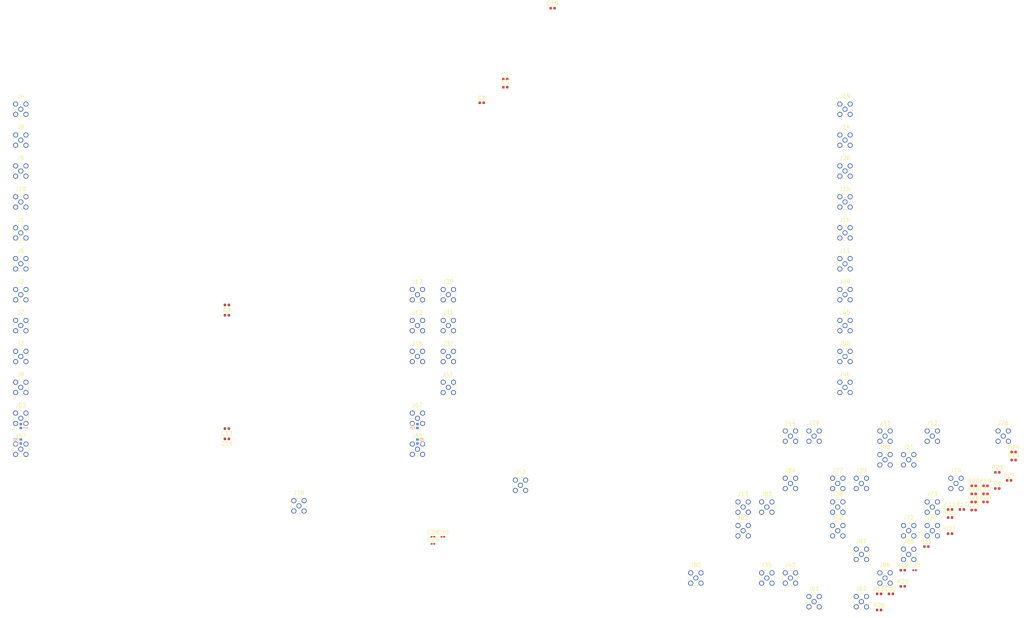
<source format=kicad_pcb>
(kicad_pcb (version 20171130) (host pcbnew 5.1.4-e60b266~84~ubuntu18.04.1)
  (layers (0 F.Cu signal) (31 B.Cu signal) (34 B.Paste user) (35 F.Paste user) (36 B.SilkS user) (37 F.SilkS user) (38 B.Mask user) (39 F.Mask user) (44 Edge.Cuts user))
  (net 0 "")
  (net 1 "Net-(J67-Pad1)")
  (net 2 /MS_45_NoVia_Cap_A_P)
  (net 3 /MS_45_NoVia_Cap_B_P)
  (net 4 /MS_45_NoVia_Cap_B_N)
  (net 5 /MS_45_NoVia_Cap_A_N)
  (net 6 /MS_45_4Stich_Cap_B_P)
  (net 7 /MS_45_4Stich_Cap_A_P)
  (net 8 /MS_45_4Stich_Cap_A_N)
  (net 9 /MS_45_4Stich_Cap_B_N)
  (net 10 /MS_round_4Stich_Cap_A_P)
  (net 11 /MS_round_4Stich_Cap_B_P)
  (net 12 /MS_round_4Stich_Cap_A_N)
  (net 13 /MS_round_4Stich_Cap_B_N)
  (net 14 /MS_ZigZag_4Stich_Cap_B_P)
  (net 15 /MS_ZigZag_4Stich_Cap_A_P)
  (net 16 /MS_ZigZag_4Stich_Cap_A_N)
  (net 17 /MS_ZigZag_4Stich_Cap_B_N)
  (net 18 /1_B_P)
  (net 19 /1_A_P)
  (net 20 /1_A_N)
  (net 21 /1_B_N)
  (net 22 /5_A_P)
  (net 23 /5_B_P)
  (net 24 /5_A_N)
  (net 25 /5_B_N)
  (net 26 /4_B_P)
  (net 27 /4_A_P)
  (net 28 /4_B_N)
  (net 29 /4_A_N)
  (net 30 /7_B_P)
  (net 31 /7_A_P)
  (net 32 /7_A_N)
  (net 33 /7_B_N)
  (net 34 /8_B_P)
  (net 35 /8_A_P)
  (net 36 /8_A_N)
  (net 37 /8_B_N)
  (net 38 GND)
  (net 39 /MS_45_P)
  (net 40 /MS_round_P)
  (net 41 /MS_ZigZag_P)
  (net 42 /MS_straight_P)
  (net 43 /MS_45_N)
  (net 44 /MS_round_N)
  (net 45 /MS_ZigZag_N)
  (net 46 /MS_straight_N)
  (net 47 /MS_45_2Stitch_P)
  (net 48 /MS_45_2Stitch_N)
  (net 49 /MS_45_4Stitch_P)
  (net 50 /MS_45_4Stitch_N)
  (net 51 "Net-(J53-Pad1)")
  (net 52 "Net-(J57-Pad1)")
  (net 53 "Net-(J61-Pad1)")
  (net 54 "Net-(J62-Pad1)")
  (net 55 "Net-(J63-Pad1)")
  (net 56 "Net-(J72-Pad1)")
  (net 57 "Net-(J73-Pad1)")
  (net 58 "Net-(J74-Pad1)")
  (net 59 "Net-(J76-Pad1)")
  (net 60 "Net-(J77-Pad1)")
  (net 61 "Net-(J78-Pad1)")
  (net 62 "Net-(J79-Pad1)")
  (net 63 "Net-(J80-Pad1)")
  (net 64 "Net-(J82-Pad1)")
  (net 65 "Net-(J83-Pad1)")
  (net 66 "Net-(J84-Pad1)")
  (net 67 "Net-(J86-Pad1)")
  (net 68 "Net-(J87-Pad1)")
  (net 69 "Net-(J88-Pad1)")
  (module Capacitor_SMD:C_0201_0603Metric (layer F.Cu) (at 154.85 125.73)
    (fp_text reference C30 (at 0 -1.05) (layer F.SilkS))
    (fp_text value 0.1uF)
    (pad 2 smd roundrect (at 0.32 0) (size 0.46 0.4) (layers F.Cu F.Mask) (net 36 /8_A_N))
    (pad 1 smd roundrect (at -0.32 0) (size 0.46 0.4) (layers F.Cu F.Mask) (net 37 /8_B_N))
  )
  (module Capacitor_SMD:C_0201_0603Metric (layer F.Cu) (at 152.4 127.48)
    (fp_text reference C29 (at 0 -1.05) (layer F.SilkS))
    (fp_text value 0.1uF)
    (pad 2 smd roundrect (at 0.32 0) (size 0.46 0.4) (layers F.Cu F.Mask) (net 35 /8_A_P))
    (pad 1 smd roundrect (at -0.32 0) (size 0.46 0.4) (layers F.Cu F.Mask) (net 34 /8_B_P))
  )
  (module Capacitor_SMD:C_0201_0603Metric (layer F.Cu) (at 152.4 125.73)
    (fp_text reference C28 (at 0 -1.05) (layer F.SilkS))
    (fp_text value 0.1uF)
    (pad 2 smd roundrect (at 0.32 0) (size 0.46 0.4) (layers F.Cu F.Mask) (net 32 /7_A_N))
    (pad 1 smd roundrect (at -0.32 0) (size 0.46 0.4) (layers F.Cu F.Mask) (net 33 /7_B_N))
  )
  (module Capacitor_SMD:C_0402_1005Metric (layer F.Cu) (at 101.6 68.58 180)
    (fp_text reference C1 (at 0 -1.17) (layer F.SilkS))
    (fp_text value 0.1uF)
    (pad 2 smd roundrect (at 0.485 0 180) (size 0.59 0.64) (layers F.Cu F.Paste F.Mask) (net 2 /MS_45_NoVia_Cap_A_P))
    (pad 1 smd roundrect (at -0.485 0 180) (size 0.59 0.64) (layers F.Cu F.Paste F.Mask) (net 3 /MS_45_NoVia_Cap_B_P))
  )
  (module Capacitor_SMD:C_0402_1005Metric (layer F.Cu) (at 101.6 71.12)
    (fp_text reference C2 (at 0 -1.17) (layer F.SilkS))
    (fp_text value 0.1uF)
    (pad 1 smd roundrect (at -0.485 0) (size 0.59 0.64) (layers F.Cu F.Paste F.Mask) (net 4 /MS_45_NoVia_Cap_B_N))
    (pad 2 smd roundrect (at 0.485 0) (size 0.59 0.64) (layers F.Cu F.Paste F.Mask) (net 5 /MS_45_NoVia_Cap_A_N))
  )
  (module Capacitor_SMD:C_0402_1005Metric (layer F.Cu) (at 170.254001 12.905701)
    (fp_text reference C7 (at 0 -1.17) (layer F.SilkS))
    (fp_text value 0.1uF)
    (pad 1 smd roundrect (at -0.485 0) (size 0.59 0.64) (layers F.Cu F.Paste F.Mask) (net 6 /MS_45_4Stich_Cap_B_P))
    (pad 2 smd roundrect (at 0.485 0) (size 0.59 0.64) (layers F.Cu F.Paste F.Mask) (net 7 /MS_45_4Stich_Cap_A_P))
  )
  (module Capacitor_SMD:C_0402_1005Metric (layer F.Cu) (at 164.424001 18.735701)
    (fp_text reference C8 (at 0 -1.17) (layer F.SilkS))
    (fp_text value 0.1uF)
    (pad 2 smd roundrect (at 0.485 0) (size 0.59 0.64) (layers F.Cu F.Paste F.Mask) (net 8 /MS_45_4Stich_Cap_A_N))
    (pad 1 smd roundrect (at -0.485 0) (size 0.59 0.64) (layers F.Cu F.Paste F.Mask) (net 9 /MS_45_4Stich_Cap_B_N))
  )
  (module Capacitor_SMD:C_0402_1005Metric (layer F.Cu) (at 170.254001 14.895701)
    (fp_text reference C9 (at 0 -1.17) (layer F.SilkS))
    (fp_text value 0.1uF)
    (pad 2 smd roundrect (at 0.485 0) (size 0.59 0.64) (layers F.Cu F.Paste F.Mask) (net 10 /MS_round_4Stich_Cap_A_P))
    (pad 1 smd roundrect (at -0.485 0) (size 0.59 0.64) (layers F.Cu F.Paste F.Mask) (net 11 /MS_round_4Stich_Cap_B_P))
  )
  (module Capacitor_SMD:C_0402_1005Metric (layer F.Cu) (at 181.914001 -4.584299)
    (fp_text reference C10 (at 0 -1.17) (layer F.SilkS))
    (fp_text value 0.1uF)
    (pad 2 smd roundrect (at 0.485 0) (size 0.59 0.64) (layers F.Cu F.Paste F.Mask) (net 12 /MS_round_4Stich_Cap_A_N))
    (pad 1 smd roundrect (at -0.485 0) (size 0.59 0.64) (layers F.Cu F.Paste F.Mask) (net 13 /MS_round_4Stich_Cap_B_N))
  )
  (module Capacitor_SMD:C_0402_1005Metric (layer F.Cu) (at 101.6 99.06 180)
    (fp_text reference C13 (at 0 -1.17) (layer F.SilkS))
    (fp_text value 0.1uF)
    (pad 1 smd roundrect (at -0.485 0 180) (size 0.59 0.64) (layers F.Cu F.Paste F.Mask) (net 18 /1_B_P))
    (pad 2 smd roundrect (at 0.485 0 180) (size 0.59 0.64) (layers F.Cu F.Paste F.Mask) (net 19 /1_A_P))
  )
  (module Capacitor_SMD:C_0402_1005Metric (layer F.Cu) (at 101.6 101.6 180)
    (fp_text reference C14 (at 0 -1.17) (layer F.SilkS))
    (fp_text value 0.1uF)
    (pad 2 smd roundrect (at 0.485 0 180) (size 0.59 0.64) (layers F.Cu F.Paste F.Mask) (net 20 /1_A_N))
    (pad 1 smd roundrect (at -0.485 0 180) (size 0.59 0.64) (layers F.Cu F.Paste F.Mask) (net 21 /1_B_N))
  )
  (module Capacitor_SMD:C_0402_1005Metric (layer F.Cu) (at 279.895341 118.996201)
    (fp_text reference C11 (at 0 -1.17) (layer F.SilkS))
    (fp_text value 0.1uF)
    (pad 1 smd roundrect (at -0.485 0) (size 0.59 0.64) (layers F.Cu F.Paste F.Mask) (net 14 /MS_ZigZag_4Stich_Cap_B_P))
    (pad 2 smd roundrect (at 0.485 0) (size 0.59 0.64) (layers F.Cu F.Paste F.Mask) (net 15 /MS_ZigZag_4Stich_Cap_A_P))
  )
  (module Capacitor_SMD:C_0402_1005Metric (layer F.Cu) (at 288.635341 115.156201)
    (fp_text reference C12 (at 0 -1.17) (layer F.SilkS))
    (fp_text value 0.1uF)
    (pad 2 smd roundrect (at 0.485 0) (size 0.59 0.64) (layers F.Cu F.Paste F.Mask) (net 16 /MS_ZigZag_4Stich_Cap_A_N))
    (pad 1 smd roundrect (at -0.485 0) (size 0.59 0.64) (layers F.Cu F.Paste F.Mask) (net 17 /MS_ZigZag_4Stich_Cap_B_N))
  )
  (module Capacitor_SMD:C_0402_1005Metric (layer F.Cu) (at 279.895341 124.966201)
    (fp_text reference C21 (at 0 -1.17) (layer F.SilkS))
    (fp_text value 0.1uF)
    (pad 2 smd roundrect (at 0.485 0) (size 0.59 0.64) (layers F.Cu F.Paste F.Mask) (net 22 /5_A_P))
    (pad 1 smd roundrect (at -0.485 0) (size 0.59 0.64) (layers F.Cu F.Paste F.Mask) (net 23 /5_B_P))
  )
  (module Capacitor_SMD:C_0402_1005Metric (layer F.Cu) (at 265.315341 139.806201)
    (fp_text reference C22 (at 0 -1.17) (layer F.SilkS))
    (fp_text value 0.1uF)
    (pad 2 smd roundrect (at 0.485 0) (size 0.59 0.64) (layers F.Cu F.Paste F.Mask) (net 24 /5_A_N))
    (pad 1 smd roundrect (at -0.485 0) (size 0.59 0.64) (layers F.Cu F.Paste F.Mask) (net 25 /5_B_N))
  )
  (module Capacitor_SMD:C_0402_1005Metric (layer F.Cu) (at 285.715341 119.136201)
    (fp_text reference C25 (at 0 -1.17) (layer F.SilkS))
    (fp_text value 0.1uF)
    (pad 1 smd roundrect (at -0.485 0) (size 0.59 0.64) (layers F.Cu F.Paste F.Mask) (net 26 /4_B_P))
    (pad 2 smd roundrect (at 0.485 0) (size 0.59 0.64) (layers F.Cu F.Paste F.Mask) (net 27 /4_A_P))
  )
  (module Capacitor_SMD:C_0402_1005Metric (layer F.Cu) (at 285.715341 117.146201)
    (fp_text reference C26 (at 0 -1.17) (layer F.SilkS))
    (fp_text value 0.1uF)
    (pad 1 smd roundrect (at -0.485 0) (size 0.59 0.64) (layers F.Cu F.Paste F.Mask) (net 28 /4_B_N))
    (pad 2 smd roundrect (at 0.485 0) (size 0.59 0.64) (layers F.Cu F.Paste F.Mask) (net 29 /4_A_N))
  )
  (module Connector_Coaxial:MMCX_Molex_73415-1471_Vertical (layer F.Cu) (at 50.8 50.8)
    (fp_text reference J1 (at -0.04 -3.2) (layer F.SilkS))
    (fp_text value Conn_Coaxial)
    (pad 2 thru_hole circle (at -1.27 1.27) (size 1.24 1.24) (drill 0.84) (layers *.Cu *.Mask) (net 38 GND))
    (pad 2 thru_hole circle (at 1.27 -1.27) (size 1.24 1.24) (drill 0.84) (layers *.Cu *.Mask) (net 38 GND))
    (pad 2 thru_hole circle (at 1.27 1.27) (size 1.24 1.24) (drill 0.84) (layers *.Cu *.Mask) (net 38 GND))
    (pad 2 thru_hole circle (at -1.27 -1.27) (size 1.24 1.24) (drill 0.84) (layers *.Cu *.Mask) (net 38 GND))
    (pad 1 thru_hole circle (at 0 0) (size 1.24 1.24) (drill 0.84) (layers *.Cu *.Mask) (net 39 /MS_45_P))
  )
  (module Connector_Coaxial:MMCX_Molex_73415-1471_Vertical (layer F.Cu) (at 50.8 66.04)
    (fp_text reference J2 (at -0.04 -3.2) (layer F.SilkS))
    (fp_text value Conn_Coaxial)
    (pad 2 thru_hole circle (at -1.27 1.27) (size 1.24 1.24) (drill 0.84) (layers *.Cu *.Mask) (net 38 GND))
    (pad 2 thru_hole circle (at 1.27 -1.27) (size 1.24 1.24) (drill 0.84) (layers *.Cu *.Mask) (net 38 GND))
    (pad 2 thru_hole circle (at 1.27 1.27) (size 1.24 1.24) (drill 0.84) (layers *.Cu *.Mask) (net 38 GND))
    (pad 2 thru_hole circle (at -1.27 -1.27) (size 1.24 1.24) (drill 0.84) (layers *.Cu *.Mask) (net 38 GND))
    (pad 1 thru_hole circle (at 0 0) (size 1.24 1.24) (drill 0.84) (layers *.Cu *.Mask) (net 2 /MS_45_NoVia_Cap_A_P))
  )
  (module Connector_Coaxial:MMCX_Molex_73415-1471_Vertical (layer F.Cu) (at 50.8 81.28)
    (fp_text reference J3 (at -0.04 -3.2) (layer F.SilkS))
    (fp_text value Conn_Coaxial)
    (pad 2 thru_hole circle (at -1.27 1.27) (size 1.24 1.24) (drill 0.84) (layers *.Cu *.Mask) (net 38 GND))
    (pad 2 thru_hole circle (at 1.27 -1.27) (size 1.24 1.24) (drill 0.84) (layers *.Cu *.Mask) (net 38 GND))
    (pad 2 thru_hole circle (at 1.27 1.27) (size 1.24 1.24) (drill 0.84) (layers *.Cu *.Mask) (net 38 GND))
    (pad 2 thru_hole circle (at -1.27 -1.27) (size 1.24 1.24) (drill 0.84) (layers *.Cu *.Mask) (net 38 GND))
    (pad 1 thru_hole circle (at 0 0) (size 1.24 1.24) (drill 0.84) (layers *.Cu *.Mask) (net 40 /MS_round_P))
  )
  (module Connector_Coaxial:MMCX_Molex_73415-1471_Vertical (layer F.Cu) (at 50.8 20.32)
    (fp_text reference J4 (at -0.04 -3.2) (layer F.SilkS))
    (fp_text value Conn_Coaxial)
    (pad 2 thru_hole circle (at -1.27 1.27) (size 1.24 1.24) (drill 0.84) (layers *.Cu *.Mask) (net 38 GND))
    (pad 2 thru_hole circle (at 1.27 -1.27) (size 1.24 1.24) (drill 0.84) (layers *.Cu *.Mask) (net 38 GND))
    (pad 2 thru_hole circle (at 1.27 1.27) (size 1.24 1.24) (drill 0.84) (layers *.Cu *.Mask) (net 38 GND))
    (pad 2 thru_hole circle (at -1.27 -1.27) (size 1.24 1.24) (drill 0.84) (layers *.Cu *.Mask) (net 38 GND))
    (pad 1 thru_hole circle (at 0 0) (size 1.24 1.24) (drill 0.84) (layers *.Cu *.Mask) (net 41 /MS_ZigZag_P))
  )
  (module Connector_Coaxial:MMCX_Molex_73415-1471_Vertical (layer F.Cu) (at 50.8 35.56)
    (fp_text reference J5 (at -0.04 -3.2) (layer F.SilkS))
    (fp_text value Conn_Coaxial)
    (pad 2 thru_hole circle (at -1.27 1.27) (size 1.24 1.24) (drill 0.84) (layers *.Cu *.Mask) (net 38 GND))
    (pad 2 thru_hole circle (at 1.27 -1.27) (size 1.24 1.24) (drill 0.84) (layers *.Cu *.Mask) (net 38 GND))
    (pad 2 thru_hole circle (at 1.27 1.27) (size 1.24 1.24) (drill 0.84) (layers *.Cu *.Mask) (net 38 GND))
    (pad 2 thru_hole circle (at -1.27 -1.27) (size 1.24 1.24) (drill 0.84) (layers *.Cu *.Mask) (net 38 GND))
    (pad 1 thru_hole circle (at 0 0) (size 1.24 1.24) (drill 0.84) (layers *.Cu *.Mask) (net 42 /MS_straight_P))
  )
  (module Connector_Coaxial:MMCX_Molex_73415-1471_Vertical (layer F.Cu) (at 50.8 58.42)
    (fp_text reference J6 (at -0.04 -3.2) (layer F.SilkS))
    (fp_text value Conn_Coaxial)
    (pad 1 thru_hole circle (at 0 0) (size 1.24 1.24) (drill 0.84) (layers *.Cu *.Mask) (net 43 /MS_45_N))
    (pad 2 thru_hole circle (at -1.27 -1.27) (size 1.24 1.24) (drill 0.84) (layers *.Cu *.Mask) (net 38 GND))
    (pad 2 thru_hole circle (at 1.27 1.27) (size 1.24 1.24) (drill 0.84) (layers *.Cu *.Mask) (net 38 GND))
    (pad 2 thru_hole circle (at 1.27 -1.27) (size 1.24 1.24) (drill 0.84) (layers *.Cu *.Mask) (net 38 GND))
    (pad 2 thru_hole circle (at -1.27 1.27) (size 1.24 1.24) (drill 0.84) (layers *.Cu *.Mask) (net 38 GND))
  )
  (module Connector_Coaxial:MMCX_Molex_73415-1471_Vertical (layer F.Cu) (at 50.8 73.66)
    (fp_text reference J7 (at -0.04 -3.2) (layer F.SilkS))
    (fp_text value Conn_Coaxial)
    (pad 1 thru_hole circle (at 0 0) (size 1.24 1.24) (drill 0.84) (layers *.Cu *.Mask) (net 5 /MS_45_NoVia_Cap_A_N))
    (pad 2 thru_hole circle (at -1.27 -1.27) (size 1.24 1.24) (drill 0.84) (layers *.Cu *.Mask) (net 38 GND))
    (pad 2 thru_hole circle (at 1.27 1.27) (size 1.24 1.24) (drill 0.84) (layers *.Cu *.Mask) (net 38 GND))
    (pad 2 thru_hole circle (at 1.27 -1.27) (size 1.24 1.24) (drill 0.84) (layers *.Cu *.Mask) (net 38 GND))
    (pad 2 thru_hole circle (at -1.27 1.27) (size 1.24 1.24) (drill 0.84) (layers *.Cu *.Mask) (net 38 GND))
  )
  (module Connector_Coaxial:MMCX_Molex_73415-1471_Vertical (layer F.Cu) (at 50.8 88.9)
    (fp_text reference J8 (at -0.04 -3.2) (layer F.SilkS))
    (fp_text value Conn_Coaxial)
    (pad 1 thru_hole circle (at 0 0) (size 1.24 1.24) (drill 0.84) (layers *.Cu *.Mask) (net 44 /MS_round_N))
    (pad 2 thru_hole circle (at -1.27 -1.27) (size 1.24 1.24) (drill 0.84) (layers *.Cu *.Mask) (net 38 GND))
    (pad 2 thru_hole circle (at 1.27 1.27) (size 1.24 1.24) (drill 0.84) (layers *.Cu *.Mask) (net 38 GND))
    (pad 2 thru_hole circle (at 1.27 -1.27) (size 1.24 1.24) (drill 0.84) (layers *.Cu *.Mask) (net 38 GND))
    (pad 2 thru_hole circle (at -1.27 1.27) (size 1.24 1.24) (drill 0.84) (layers *.Cu *.Mask) (net 38 GND))
  )
  (module Connector_Coaxial:MMCX_Molex_73415-1471_Vertical (layer F.Cu) (at 50.8 27.94)
    (fp_text reference J9 (at -0.04 -3.2) (layer F.SilkS))
    (fp_text value Conn_Coaxial)
    (pad 1 thru_hole circle (at 0 0) (size 1.24 1.24) (drill 0.84) (layers *.Cu *.Mask) (net 45 /MS_ZigZag_N))
    (pad 2 thru_hole circle (at -1.27 -1.27) (size 1.24 1.24) (drill 0.84) (layers *.Cu *.Mask) (net 38 GND))
    (pad 2 thru_hole circle (at 1.27 1.27) (size 1.24 1.24) (drill 0.84) (layers *.Cu *.Mask) (net 38 GND))
    (pad 2 thru_hole circle (at 1.27 -1.27) (size 1.24 1.24) (drill 0.84) (layers *.Cu *.Mask) (net 38 GND))
    (pad 2 thru_hole circle (at -1.27 1.27) (size 1.24 1.24) (drill 0.84) (layers *.Cu *.Mask) (net 38 GND))
  )
  (module Connector_Coaxial:MMCX_Molex_73415-1471_Vertical (layer F.Cu) (at 50.8 43.18)
    (fp_text reference J10 (at -0.04 -3.2) (layer F.SilkS))
    (fp_text value Conn_Coaxial)
    (pad 1 thru_hole circle (at 0 0) (size 1.24 1.24) (drill 0.84) (layers *.Cu *.Mask) (net 46 /MS_straight_N))
    (pad 2 thru_hole circle (at -1.27 -1.27) (size 1.24 1.24) (drill 0.84) (layers *.Cu *.Mask) (net 38 GND))
    (pad 2 thru_hole circle (at 1.27 1.27) (size 1.24 1.24) (drill 0.84) (layers *.Cu *.Mask) (net 38 GND))
    (pad 2 thru_hole circle (at 1.27 -1.27) (size 1.24 1.24) (drill 0.84) (layers *.Cu *.Mask) (net 38 GND))
    (pad 2 thru_hole circle (at -1.27 1.27) (size 1.24 1.24) (drill 0.84) (layers *.Cu *.Mask) (net 38 GND))
  )
  (module Connector_Coaxial:MMCX_Molex_73415-1471_Vertical (layer F.Cu) (at 254 58.42)
    (fp_text reference J11 (at -0.04 -3.2) (layer F.SilkS))
    (fp_text value Conn_Coaxial)
    (pad 2 thru_hole circle (at -1.27 1.27) (size 1.24 1.24) (drill 0.84) (layers *.Cu *.Mask) (net 38 GND))
    (pad 2 thru_hole circle (at 1.27 -1.27) (size 1.24 1.24) (drill 0.84) (layers *.Cu *.Mask) (net 38 GND))
    (pad 2 thru_hole circle (at 1.27 1.27) (size 1.24 1.24) (drill 0.84) (layers *.Cu *.Mask) (net 38 GND))
    (pad 2 thru_hole circle (at -1.27 -1.27) (size 1.24 1.24) (drill 0.84) (layers *.Cu *.Mask) (net 38 GND))
    (pad 1 thru_hole circle (at 0 0) (size 1.24 1.24) (drill 0.84) (layers *.Cu *.Mask) (net 43 /MS_45_N))
  )
  (module Connector_Coaxial:MMCX_Molex_73415-1471_Vertical (layer F.Cu) (at 148.59 73.66)
    (fp_text reference J12 (at -0.04 -3.2) (layer F.SilkS))
    (fp_text value Conn_Coaxial)
    (pad 2 thru_hole circle (at -1.27 1.27) (size 1.24 1.24) (drill 0.84) (layers *.Cu *.Mask) (net 38 GND))
    (pad 2 thru_hole circle (at 1.27 -1.27) (size 1.24 1.24) (drill 0.84) (layers *.Cu *.Mask) (net 38 GND))
    (pad 2 thru_hole circle (at 1.27 1.27) (size 1.24 1.24) (drill 0.84) (layers *.Cu *.Mask) (net 38 GND))
    (pad 2 thru_hole circle (at -1.27 -1.27) (size 1.24 1.24) (drill 0.84) (layers *.Cu *.Mask) (net 38 GND))
    (pad 1 thru_hole circle (at 0 0) (size 1.24 1.24) (drill 0.84) (layers *.Cu *.Mask) (net 4 /MS_45_NoVia_Cap_B_N))
  )
  (module Connector_Coaxial:MMCX_Molex_73415-1471_Vertical (layer F.Cu) (at 228.885341 118.406201)
    (fp_text reference J13 (at -0.04 -3.2) (layer F.SilkS))
    (fp_text value Conn_Coaxial)
    (pad 2 thru_hole circle (at -1.27 1.27) (size 1.24 1.24) (drill 0.84) (layers *.Cu *.Mask) (net 38 GND))
    (pad 2 thru_hole circle (at 1.27 -1.27) (size 1.24 1.24) (drill 0.84) (layers *.Cu *.Mask) (net 38 GND))
    (pad 2 thru_hole circle (at 1.27 1.27) (size 1.24 1.24) (drill 0.84) (layers *.Cu *.Mask) (net 38 GND))
    (pad 2 thru_hole circle (at -1.27 -1.27) (size 1.24 1.24) (drill 0.84) (layers *.Cu *.Mask) (net 38 GND))
    (pad 1 thru_hole circle (at 0 0) (size 1.24 1.24) (drill 0.84) (layers *.Cu *.Mask) (net 44 /MS_round_N))
  )
  (module Connector_Coaxial:MMCX_Molex_73415-1471_Vertical (layer F.Cu) (at 254 27.94)
    (fp_text reference J14 (at -0.04 -3.2) (layer F.SilkS))
    (fp_text value Conn_Coaxial)
    (pad 2 thru_hole circle (at -1.27 1.27) (size 1.24 1.24) (drill 0.84) (layers *.Cu *.Mask) (net 38 GND))
    (pad 2 thru_hole circle (at 1.27 -1.27) (size 1.24 1.24) (drill 0.84) (layers *.Cu *.Mask) (net 38 GND))
    (pad 2 thru_hole circle (at 1.27 1.27) (size 1.24 1.24) (drill 0.84) (layers *.Cu *.Mask) (net 38 GND))
    (pad 2 thru_hole circle (at -1.27 -1.27) (size 1.24 1.24) (drill 0.84) (layers *.Cu *.Mask) (net 38 GND))
    (pad 1 thru_hole circle (at 0 0) (size 1.24 1.24) (drill 0.84) (layers *.Cu *.Mask) (net 45 /MS_ZigZag_N))
  )
  (module Connector_Coaxial:MMCX_Molex_73415-1471_Vertical (layer F.Cu) (at 254 43.18)
    (fp_text reference J15 (at -0.04 -3.2) (layer F.SilkS))
    (fp_text value Conn_Coaxial)
    (pad 1 thru_hole circle (at 0 0) (size 1.24 1.24) (drill 0.84) (layers *.Cu *.Mask) (net 46 /MS_straight_N))
    (pad 2 thru_hole circle (at -1.27 -1.27) (size 1.24 1.24) (drill 0.84) (layers *.Cu *.Mask) (net 38 GND))
    (pad 2 thru_hole circle (at 1.27 1.27) (size 1.24 1.24) (drill 0.84) (layers *.Cu *.Mask) (net 38 GND))
    (pad 2 thru_hole circle (at 1.27 -1.27) (size 1.24 1.24) (drill 0.84) (layers *.Cu *.Mask) (net 38 GND))
    (pad 2 thru_hole circle (at -1.27 1.27) (size 1.24 1.24) (drill 0.84) (layers *.Cu *.Mask) (net 38 GND))
  )
  (module Connector_Coaxial:MMCX_Molex_73415-1471_Vertical (layer F.Cu) (at 254 50.8)
    (fp_text reference J16 (at -0.04 -3.2) (layer F.SilkS))
    (fp_text value Conn_Coaxial)
    (pad 1 thru_hole circle (at 0 0) (size 1.24 1.24) (drill 0.84) (layers *.Cu *.Mask) (net 39 /MS_45_P))
    (pad 2 thru_hole circle (at -1.27 -1.27) (size 1.24 1.24) (drill 0.84) (layers *.Cu *.Mask) (net 38 GND))
    (pad 2 thru_hole circle (at 1.27 1.27) (size 1.24 1.24) (drill 0.84) (layers *.Cu *.Mask) (net 38 GND))
    (pad 2 thru_hole circle (at 1.27 -1.27) (size 1.24 1.24) (drill 0.84) (layers *.Cu *.Mask) (net 38 GND))
    (pad 2 thru_hole circle (at -1.27 1.27) (size 1.24 1.24) (drill 0.84) (layers *.Cu *.Mask) (net 38 GND))
  )
  (module Connector_Coaxial:MMCX_Molex_73415-1471_Vertical (layer F.Cu) (at 148.59 66.04)
    (fp_text reference J17 (at -0.04 -3.2) (layer F.SilkS))
    (fp_text value Conn_Coaxial)
    (pad 1 thru_hole circle (at 0 0) (size 1.24 1.24) (drill 0.84) (layers *.Cu *.Mask) (net 3 /MS_45_NoVia_Cap_B_P))
    (pad 2 thru_hole circle (at -1.27 -1.27) (size 1.24 1.24) (drill 0.84) (layers *.Cu *.Mask) (net 38 GND))
    (pad 2 thru_hole circle (at 1.27 1.27) (size 1.24 1.24) (drill 0.84) (layers *.Cu *.Mask) (net 38 GND))
    (pad 2 thru_hole circle (at 1.27 -1.27) (size 1.24 1.24) (drill 0.84) (layers *.Cu *.Mask) (net 38 GND))
    (pad 2 thru_hole circle (at -1.27 1.27) (size 1.24 1.24) (drill 0.84) (layers *.Cu *.Mask) (net 38 GND))
  )
  (module Connector_Coaxial:MMCX_Molex_73415-1471_Vertical (layer F.Cu) (at 148.59 81.28)
    (fp_text reference J18 (at -0.04 -3.2) (layer F.SilkS))
    (fp_text value Conn_Coaxial)
    (pad 1 thru_hole circle (at 0 0) (size 1.24 1.24) (drill 0.84) (layers *.Cu *.Mask) (net 40 /MS_round_P))
    (pad 2 thru_hole circle (at -1.27 -1.27) (size 1.24 1.24) (drill 0.84) (layers *.Cu *.Mask) (net 38 GND))
    (pad 2 thru_hole circle (at 1.27 1.27) (size 1.24 1.24) (drill 0.84) (layers *.Cu *.Mask) (net 38 GND))
    (pad 2 thru_hole circle (at 1.27 -1.27) (size 1.24 1.24) (drill 0.84) (layers *.Cu *.Mask) (net 38 GND))
    (pad 2 thru_hole circle (at -1.27 1.27) (size 1.24 1.24) (drill 0.84) (layers *.Cu *.Mask) (net 38 GND))
  )
  (module Connector_Coaxial:MMCX_Molex_73415-1471_Vertical (layer F.Cu) (at 254 20.32)
    (fp_text reference J19 (at -0.04 -3.2) (layer F.SilkS))
    (fp_text value Conn_Coaxial)
    (pad 1 thru_hole circle (at 0 0) (size 1.24 1.24) (drill 0.84) (layers *.Cu *.Mask) (net 41 /MS_ZigZag_P))
    (pad 2 thru_hole circle (at -1.27 -1.27) (size 1.24 1.24) (drill 0.84) (layers *.Cu *.Mask) (net 38 GND))
    (pad 2 thru_hole circle (at 1.27 1.27) (size 1.24 1.24) (drill 0.84) (layers *.Cu *.Mask) (net 38 GND))
    (pad 2 thru_hole circle (at 1.27 -1.27) (size 1.24 1.24) (drill 0.84) (layers *.Cu *.Mask) (net 38 GND))
    (pad 2 thru_hole circle (at -1.27 1.27) (size 1.24 1.24) (drill 0.84) (layers *.Cu *.Mask) (net 38 GND))
  )
  (module Connector_Coaxial:MMCX_Molex_73415-1471_Vertical (layer F.Cu) (at 254 35.56)
    (fp_text reference J20 (at -0.04 -3.2) (layer F.SilkS))
    (fp_text value Conn_Coaxial)
    (pad 2 thru_hole circle (at -1.27 1.27) (size 1.24 1.24) (drill 0.84) (layers *.Cu *.Mask) (net 38 GND))
    (pad 2 thru_hole circle (at 1.27 -1.27) (size 1.24 1.24) (drill 0.84) (layers *.Cu *.Mask) (net 38 GND))
    (pad 2 thru_hole circle (at 1.27 1.27) (size 1.24 1.24) (drill 0.84) (layers *.Cu *.Mask) (net 38 GND))
    (pad 2 thru_hole circle (at -1.27 -1.27) (size 1.24 1.24) (drill 0.84) (layers *.Cu *.Mask) (net 38 GND))
    (pad 1 thru_hole circle (at 0 0) (size 1.24 1.24) (drill 0.84) (layers *.Cu *.Mask) (net 42 /MS_straight_P))
  )
  (module Connector_Coaxial:MMCX_Molex_73415-1471_Vertical (layer F.Cu) (at 156.21 66.04)
    (fp_text reference J29 (at -0.04 -3.2) (layer F.SilkS))
    (fp_text value Conn_Coaxial)
    (pad 1 thru_hole circle (at 0 0) (size 1.24 1.24) (drill 0.84) (layers *.Cu *.Mask) (net 47 /MS_45_2Stitch_P))
    (pad 2 thru_hole circle (at -1.27 -1.27) (size 1.24 1.24) (drill 0.84) (layers *.Cu *.Mask) (net 38 GND))
    (pad 2 thru_hole circle (at 1.27 1.27) (size 1.24 1.24) (drill 0.84) (layers *.Cu *.Mask) (net 38 GND))
    (pad 2 thru_hole circle (at 1.27 -1.27) (size 1.24 1.24) (drill 0.84) (layers *.Cu *.Mask) (net 38 GND))
    (pad 2 thru_hole circle (at -1.27 1.27) (size 1.24 1.24) (drill 0.84) (layers *.Cu *.Mask) (net 38 GND))
  )
  (module Connector_Coaxial:MMCX_Molex_73415-1471_Vertical (layer F.Cu) (at 156.21 73.66)
    (fp_text reference J31 (at -0.04 -3.2) (layer F.SilkS))
    (fp_text value Conn_Coaxial)
    (pad 2 thru_hole circle (at -1.27 1.27) (size 1.24 1.24) (drill 0.84) (layers *.Cu *.Mask) (net 38 GND))
    (pad 2 thru_hole circle (at 1.27 -1.27) (size 1.24 1.24) (drill 0.84) (layers *.Cu *.Mask) (net 38 GND))
    (pad 2 thru_hole circle (at 1.27 1.27) (size 1.24 1.24) (drill 0.84) (layers *.Cu *.Mask) (net 38 GND))
    (pad 2 thru_hole circle (at -1.27 -1.27) (size 1.24 1.24) (drill 0.84) (layers *.Cu *.Mask) (net 38 GND))
    (pad 1 thru_hole circle (at 0 0) (size 1.24 1.24) (drill 0.84) (layers *.Cu *.Mask) (net 48 /MS_45_2Stitch_N))
  )
  (module Connector_Coaxial:MMCX_Molex_73415-1471_Vertical (layer F.Cu) (at 263.865341 100.916201)
    (fp_text reference J33 (at -0.04 -3.2) (layer F.SilkS))
    (fp_text value Conn_Coaxial)
    (pad 2 thru_hole circle (at -1.27 1.27) (size 1.24 1.24) (drill 0.84) (layers *.Cu *.Mask) (net 38 GND))
    (pad 2 thru_hole circle (at 1.27 -1.27) (size 1.24 1.24) (drill 0.84) (layers *.Cu *.Mask) (net 38 GND))
    (pad 2 thru_hole circle (at 1.27 1.27) (size 1.24 1.24) (drill 0.84) (layers *.Cu *.Mask) (net 38 GND))
    (pad 2 thru_hole circle (at -1.27 -1.27) (size 1.24 1.24) (drill 0.84) (layers *.Cu *.Mask) (net 38 GND))
    (pad 1 thru_hole circle (at 0 0) (size 1.24 1.24) (drill 0.84) (layers *.Cu *.Mask) (net 48 /MS_45_2Stitch_N))
  )
  (module Connector_Coaxial:MMCX_Molex_73415-1471_Vertical (layer F.Cu) (at 234.715341 135.896201)
    (fp_text reference J35 (at -0.04 -3.2) (layer F.SilkS))
    (fp_text value Conn_Coaxial)
    (pad 1 thru_hole circle (at 0 0) (size 1.24 1.24) (drill 0.84) (layers *.Cu *.Mask) (net 47 /MS_45_2Stitch_P))
    (pad 2 thru_hole circle (at -1.27 -1.27) (size 1.24 1.24) (drill 0.84) (layers *.Cu *.Mask) (net 38 GND))
    (pad 2 thru_hole circle (at 1.27 1.27) (size 1.24 1.24) (drill 0.84) (layers *.Cu *.Mask) (net 38 GND))
    (pad 2 thru_hole circle (at 1.27 -1.27) (size 1.24 1.24) (drill 0.84) (layers *.Cu *.Mask) (net 38 GND))
    (pad 2 thru_hole circle (at -1.27 1.27) (size 1.24 1.24) (drill 0.84) (layers *.Cu *.Mask) (net 38 GND))
  )
  (module Connector_Coaxial:MMCX_Molex_73415-1471_Vertical (layer F.Cu) (at 156.21 81.28)
    (fp_text reference J37 (at -0.04 -3.2) (layer F.SilkS))
    (fp_text value Conn_Coaxial)
    (pad 1 thru_hole circle (at 0 0) (size 1.24 1.24) (drill 0.84) (layers *.Cu *.Mask) (net 49 /MS_45_4Stitch_P))
    (pad 2 thru_hole circle (at -1.27 -1.27) (size 1.24 1.24) (drill 0.84) (layers *.Cu *.Mask) (net 38 GND))
    (pad 2 thru_hole circle (at 1.27 1.27) (size 1.24 1.24) (drill 0.84) (layers *.Cu *.Mask) (net 38 GND))
    (pad 2 thru_hole circle (at 1.27 -1.27) (size 1.24 1.24) (drill 0.84) (layers *.Cu *.Mask) (net 38 GND))
    (pad 2 thru_hole circle (at -1.27 1.27) (size 1.24 1.24) (drill 0.84) (layers *.Cu *.Mask) (net 38 GND))
  )
  (module Connector_Coaxial:MMCX_Molex_73415-1471_Vertical (layer F.Cu) (at 252.205341 118.406201)
    (fp_text reference J38 (at -0.04 -3.2) (layer F.SilkS))
    (fp_text value Conn_Coaxial)
    (pad 1 thru_hole circle (at 0 0) (size 1.24 1.24) (drill 0.84) (layers *.Cu *.Mask) (net 7 /MS_45_4Stich_Cap_A_P))
    (pad 2 thru_hole circle (at -1.27 -1.27) (size 1.24 1.24) (drill 0.84) (layers *.Cu *.Mask) (net 38 GND))
    (pad 2 thru_hole circle (at 1.27 1.27) (size 1.24 1.24) (drill 0.84) (layers *.Cu *.Mask) (net 38 GND))
    (pad 2 thru_hole circle (at 1.27 -1.27) (size 1.24 1.24) (drill 0.84) (layers *.Cu *.Mask) (net 38 GND))
    (pad 2 thru_hole circle (at -1.27 1.27) (size 1.24 1.24) (drill 0.84) (layers *.Cu *.Mask) (net 38 GND))
  )
  (module Connector_Coaxial:MMCX_Molex_73415-1471_Vertical (layer F.Cu) (at 258.035341 112.576201)
    (fp_text reference J39 (at -0.04 -3.2) (layer F.SilkS))
    (fp_text value Conn_Coaxial)
    (pad 2 thru_hole circle (at -1.27 1.27) (size 1.24 1.24) (drill 0.84) (layers *.Cu *.Mask) (net 38 GND))
    (pad 2 thru_hole circle (at 1.27 -1.27) (size 1.24 1.24) (drill 0.84) (layers *.Cu *.Mask) (net 38 GND))
    (pad 2 thru_hole circle (at 1.27 1.27) (size 1.24 1.24) (drill 0.84) (layers *.Cu *.Mask) (net 38 GND))
    (pad 2 thru_hole circle (at -1.27 -1.27) (size 1.24 1.24) (drill 0.84) (layers *.Cu *.Mask) (net 38 GND))
    (pad 1 thru_hole circle (at 0 0) (size 1.24 1.24) (drill 0.84) (layers *.Cu *.Mask) (net 10 /MS_round_4Stich_Cap_A_P))
  )
  (module Connector_Coaxial:MMCX_Molex_73415-1471_Vertical (layer F.Cu) (at 263.865341 106.746201)
    (fp_text reference J40 (at -0.04 -3.2) (layer F.SilkS))
    (fp_text value Conn_Coaxial)
    (pad 2 thru_hole circle (at -1.27 1.27) (size 1.24 1.24) (drill 0.84) (layers *.Cu *.Mask) (net 38 GND))
    (pad 2 thru_hole circle (at 1.27 -1.27) (size 1.24 1.24) (drill 0.84) (layers *.Cu *.Mask) (net 38 GND))
    (pad 2 thru_hole circle (at 1.27 1.27) (size 1.24 1.24) (drill 0.84) (layers *.Cu *.Mask) (net 38 GND))
    (pad 2 thru_hole circle (at -1.27 -1.27) (size 1.24 1.24) (drill 0.84) (layers *.Cu *.Mask) (net 38 GND))
    (pad 1 thru_hole circle (at 0 0) (size 1.24 1.24) (drill 0.84) (layers *.Cu *.Mask) (net 15 /MS_ZigZag_4Stich_Cap_A_P))
  )
  (module Connector_Coaxial:MMCX_Molex_73415-1471_Vertical (layer F.Cu) (at 156.21 88.9)
    (fp_text reference J41 (at -0.04 -3.2) (layer F.SilkS))
    (fp_text value Conn_Coaxial)
    (pad 2 thru_hole circle (at -1.27 1.27) (size 1.24 1.24) (drill 0.84) (layers *.Cu *.Mask) (net 38 GND))
    (pad 2 thru_hole circle (at 1.27 -1.27) (size 1.24 1.24) (drill 0.84) (layers *.Cu *.Mask) (net 38 GND))
    (pad 2 thru_hole circle (at 1.27 1.27) (size 1.24 1.24) (drill 0.84) (layers *.Cu *.Mask) (net 38 GND))
    (pad 2 thru_hole circle (at -1.27 -1.27) (size 1.24 1.24) (drill 0.84) (layers *.Cu *.Mask) (net 38 GND))
    (pad 1 thru_hole circle (at 0 0) (size 1.24 1.24) (drill 0.84) (layers *.Cu *.Mask) (net 50 /MS_45_4Stitch_N))
  )
  (module Connector_Coaxial:MMCX_Molex_73415-1471_Vertical (layer F.Cu) (at 173.99 113.03)
    (fp_text reference J42 (at -0.04 -3.2) (layer F.SilkS))
    (fp_text value Conn_Coaxial)
    (pad 2 thru_hole circle (at -1.27 1.27) (size 1.24 1.24) (drill 0.84) (layers *.Cu *.Mask) (net 38 GND))
    (pad 2 thru_hole circle (at 1.27 -1.27) (size 1.24 1.24) (drill 0.84) (layers *.Cu *.Mask) (net 38 GND))
    (pad 2 thru_hole circle (at 1.27 1.27) (size 1.24 1.24) (drill 0.84) (layers *.Cu *.Mask) (net 38 GND))
    (pad 2 thru_hole circle (at -1.27 -1.27) (size 1.24 1.24) (drill 0.84) (layers *.Cu *.Mask) (net 38 GND))
    (pad 1 thru_hole circle (at 0 0) (size 1.24 1.24) (drill 0.84) (layers *.Cu *.Mask) (net 8 /MS_45_4Stich_Cap_A_N))
  )
  (module Connector_Coaxial:MMCX_Molex_73415-1471_Vertical (layer F.Cu) (at 240.545341 135.896201)
    (fp_text reference J43 (at -0.04 -3.2) (layer F.SilkS))
    (fp_text value Conn_Coaxial)
    (pad 1 thru_hole circle (at 0 0) (size 1.24 1.24) (drill 0.84) (layers *.Cu *.Mask) (net 12 /MS_round_4Stich_Cap_A_N))
    (pad 2 thru_hole circle (at -1.27 -1.27) (size 1.24 1.24) (drill 0.84) (layers *.Cu *.Mask) (net 38 GND))
    (pad 2 thru_hole circle (at 1.27 1.27) (size 1.24 1.24) (drill 0.84) (layers *.Cu *.Mask) (net 38 GND))
    (pad 2 thru_hole circle (at 1.27 -1.27) (size 1.24 1.24) (drill 0.84) (layers *.Cu *.Mask) (net 38 GND))
    (pad 2 thru_hole circle (at -1.27 1.27) (size 1.24 1.24) (drill 0.84) (layers *.Cu *.Mask) (net 38 GND))
  )
  (module Connector_Coaxial:MMCX_Molex_73415-1471_Vertical (layer F.Cu) (at 240.545341 100.916201)
    (fp_text reference J44 (at -0.04 -3.2) (layer F.SilkS))
    (fp_text value Conn_Coaxial)
    (pad 1 thru_hole circle (at 0 0) (size 1.24 1.24) (drill 0.84) (layers *.Cu *.Mask) (net 16 /MS_ZigZag_4Stich_Cap_A_N))
    (pad 2 thru_hole circle (at -1.27 -1.27) (size 1.24 1.24) (drill 0.84) (layers *.Cu *.Mask) (net 38 GND))
    (pad 2 thru_hole circle (at 1.27 1.27) (size 1.24 1.24) (drill 0.84) (layers *.Cu *.Mask) (net 38 GND))
    (pad 2 thru_hole circle (at 1.27 -1.27) (size 1.24 1.24) (drill 0.84) (layers *.Cu *.Mask) (net 38 GND))
    (pad 2 thru_hole circle (at -1.27 1.27) (size 1.24 1.24) (drill 0.84) (layers *.Cu *.Mask) (net 38 GND))
  )
  (module Connector_Coaxial:MMCX_Molex_73415-1471_Vertical (layer F.Cu) (at 254 73.66)
    (fp_text reference J45 (at -0.04 -3.2) (layer F.SilkS))
    (fp_text value Conn_Coaxial)
    (pad 2 thru_hole circle (at -1.27 1.27) (size 1.24 1.24) (drill 0.84) (layers *.Cu *.Mask) (net 38 GND))
    (pad 2 thru_hole circle (at 1.27 -1.27) (size 1.24 1.24) (drill 0.84) (layers *.Cu *.Mask) (net 38 GND))
    (pad 2 thru_hole circle (at 1.27 1.27) (size 1.24 1.24) (drill 0.84) (layers *.Cu *.Mask) (net 38 GND))
    (pad 2 thru_hole circle (at -1.27 -1.27) (size 1.24 1.24) (drill 0.84) (layers *.Cu *.Mask) (net 38 GND))
    (pad 1 thru_hole circle (at 0 0) (size 1.24 1.24) (drill 0.84) (layers *.Cu *.Mask) (net 50 /MS_45_4Stitch_N))
  )
  (module Connector_Coaxial:MMCX_Molex_73415-1471_Vertical (layer F.Cu) (at 254 88.9)
    (fp_text reference J46 (at -0.04 -3.2) (layer F.SilkS))
    (fp_text value Conn_Coaxial)
    (pad 2 thru_hole circle (at -1.27 1.27) (size 1.24 1.24) (drill 0.84) (layers *.Cu *.Mask) (net 38 GND))
    (pad 2 thru_hole circle (at 1.27 -1.27) (size 1.24 1.24) (drill 0.84) (layers *.Cu *.Mask) (net 38 GND))
    (pad 2 thru_hole circle (at 1.27 1.27) (size 1.24 1.24) (drill 0.84) (layers *.Cu *.Mask) (net 38 GND))
    (pad 2 thru_hole circle (at -1.27 -1.27) (size 1.24 1.24) (drill 0.84) (layers *.Cu *.Mask) (net 38 GND))
    (pad 1 thru_hole circle (at 0 0) (size 1.24 1.24) (drill 0.84) (layers *.Cu *.Mask) (net 9 /MS_45_4Stich_Cap_B_N))
  )
  (module Connector_Coaxial:MMCX_Molex_73415-1471_Vertical (layer F.Cu) (at 275.525341 124.236201)
    (fp_text reference J47 (at -0.04 -3.2) (layer F.SilkS))
    (fp_text value Conn_Coaxial)
    (pad 2 thru_hole circle (at -1.27 1.27) (size 1.24 1.24) (drill 0.84) (layers *.Cu *.Mask) (net 38 GND))
    (pad 2 thru_hole circle (at 1.27 -1.27) (size 1.24 1.24) (drill 0.84) (layers *.Cu *.Mask) (net 38 GND))
    (pad 2 thru_hole circle (at 1.27 1.27) (size 1.24 1.24) (drill 0.84) (layers *.Cu *.Mask) (net 38 GND))
    (pad 2 thru_hole circle (at -1.27 -1.27) (size 1.24 1.24) (drill 0.84) (layers *.Cu *.Mask) (net 38 GND))
    (pad 1 thru_hole circle (at 0 0) (size 1.24 1.24) (drill 0.84) (layers *.Cu *.Mask) (net 13 /MS_round_4Stich_Cap_B_N))
  )
  (module Connector_Coaxial:MMCX_Molex_73415-1471_Vertical (layer F.Cu) (at 252.205341 124.236201)
    (fp_text reference J48 (at -0.04 -3.2) (layer F.SilkS))
    (fp_text value Conn_Coaxial)
    (pad 2 thru_hole circle (at -1.27 1.27) (size 1.24 1.24) (drill 0.84) (layers *.Cu *.Mask) (net 38 GND))
    (pad 2 thru_hole circle (at 1.27 -1.27) (size 1.24 1.24) (drill 0.84) (layers *.Cu *.Mask) (net 38 GND))
    (pad 2 thru_hole circle (at 1.27 1.27) (size 1.24 1.24) (drill 0.84) (layers *.Cu *.Mask) (net 38 GND))
    (pad 2 thru_hole circle (at -1.27 -1.27) (size 1.24 1.24) (drill 0.84) (layers *.Cu *.Mask) (net 38 GND))
    (pad 1 thru_hole circle (at 0 0) (size 1.24 1.24) (drill 0.84) (layers *.Cu *.Mask) (net 17 /MS_ZigZag_4Stich_Cap_B_N))
  )
  (module Connector_Coaxial:MMCX_Molex_73415-1471_Vertical (layer F.Cu) (at 254 66.04)
    (fp_text reference J49 (at -0.04 -3.2) (layer F.SilkS))
    (fp_text value Conn_Coaxial)
    (pad 1 thru_hole circle (at 0 0) (size 1.24 1.24) (drill 0.84) (layers *.Cu *.Mask) (net 49 /MS_45_4Stitch_P))
    (pad 2 thru_hole circle (at -1.27 -1.27) (size 1.24 1.24) (drill 0.84) (layers *.Cu *.Mask) (net 38 GND))
    (pad 2 thru_hole circle (at 1.27 1.27) (size 1.24 1.24) (drill 0.84) (layers *.Cu *.Mask) (net 38 GND))
    (pad 2 thru_hole circle (at 1.27 -1.27) (size 1.24 1.24) (drill 0.84) (layers *.Cu *.Mask) (net 38 GND))
    (pad 2 thru_hole circle (at -1.27 1.27) (size 1.24 1.24) (drill 0.84) (layers *.Cu *.Mask) (net 38 GND))
  )
  (module Connector_Coaxial:MMCX_Molex_73415-1471_Vertical (layer F.Cu) (at 254 81.28)
    (fp_text reference J50 (at -0.04 -3.2) (layer F.SilkS))
    (fp_text value Conn_Coaxial)
    (pad 1 thru_hole circle (at 0 0) (size 1.24 1.24) (drill 0.84) (layers *.Cu *.Mask) (net 6 /MS_45_4Stich_Cap_B_P))
    (pad 2 thru_hole circle (at -1.27 -1.27) (size 1.24 1.24) (drill 0.84) (layers *.Cu *.Mask) (net 38 GND))
    (pad 2 thru_hole circle (at 1.27 1.27) (size 1.24 1.24) (drill 0.84) (layers *.Cu *.Mask) (net 38 GND))
    (pad 2 thru_hole circle (at 1.27 -1.27) (size 1.24 1.24) (drill 0.84) (layers *.Cu *.Mask) (net 38 GND))
    (pad 2 thru_hole circle (at -1.27 1.27) (size 1.24 1.24) (drill 0.84) (layers *.Cu *.Mask) (net 38 GND))
  )
  (module Connector_Coaxial:MMCX_Molex_73415-1471_Vertical (layer F.Cu) (at 269.695341 106.746201)
    (fp_text reference J51 (at -0.04 -3.2) (layer F.SilkS))
    (fp_text value Conn_Coaxial)
    (pad 1 thru_hole circle (at 0 0) (size 1.24 1.24) (drill 0.84) (layers *.Cu *.Mask) (net 11 /MS_round_4Stich_Cap_B_P))
    (pad 2 thru_hole circle (at -1.27 -1.27) (size 1.24 1.24) (drill 0.84) (layers *.Cu *.Mask) (net 38 GND))
    (pad 2 thru_hole circle (at 1.27 1.27) (size 1.24 1.24) (drill 0.84) (layers *.Cu *.Mask) (net 38 GND))
    (pad 2 thru_hole circle (at 1.27 -1.27) (size 1.24 1.24) (drill 0.84) (layers *.Cu *.Mask) (net 38 GND))
    (pad 2 thru_hole circle (at -1.27 1.27) (size 1.24 1.24) (drill 0.84) (layers *.Cu *.Mask) (net 38 GND))
  )
  (module Connector_Coaxial:MMCX_Molex_73415-1471_Vertical (layer F.Cu) (at 275.525341 100.916201)
    (fp_text reference J52 (at -0.04 -3.2) (layer F.SilkS))
    (fp_text value Conn_Coaxial)
    (pad 1 thru_hole circle (at 0 0) (size 1.24 1.24) (drill 0.84) (layers *.Cu *.Mask) (net 14 /MS_ZigZag_4Stich_Cap_B_P))
    (pad 2 thru_hole circle (at -1.27 -1.27) (size 1.24 1.24) (drill 0.84) (layers *.Cu *.Mask) (net 38 GND))
    (pad 2 thru_hole circle (at 1.27 1.27) (size 1.24 1.24) (drill 0.84) (layers *.Cu *.Mask) (net 38 GND))
    (pad 2 thru_hole circle (at 1.27 -1.27) (size 1.24 1.24) (drill 0.84) (layers *.Cu *.Mask) (net 38 GND))
    (pad 2 thru_hole circle (at -1.27 1.27) (size 1.24 1.24) (drill 0.84) (layers *.Cu *.Mask) (net 38 GND))
  )
  (module Connector_Coaxial:MMCX_Molex_73415-1471_Vertical (layer F.Cu) (at 50.8 96.52)
    (fp_text reference J53 (at -0.04 -3.2) (layer F.SilkS))
    (fp_text value Conn_Coaxial)
    (pad 1 thru_hole circle (at 0 0) (size 1.24 1.24) (drill 0.84) (layers *.Cu *.Mask) (net 51 "Net-(J53-Pad1)"))
    (pad 2 thru_hole circle (at -1.27 -1.27) (size 1.24 1.24) (drill 0.84) (layers *.Cu *.Mask) (net 38 GND))
    (pad 2 thru_hole circle (at 1.27 1.27) (size 1.24 1.24) (drill 0.84) (layers *.Cu *.Mask) (net 38 GND))
    (pad 2 thru_hole circle (at 1.27 -1.27) (size 1.24 1.24) (drill 0.84) (layers *.Cu *.Mask) (net 38 GND))
    (pad 2 thru_hole circle (at -1.27 1.27) (size 1.24 1.24) (drill 0.84) (layers *.Cu *.Mask) (net 38 GND))
  )
  (module Connector_Coaxial:MMCX_Molex_73415-1471_Vertical (layer F.Cu) (at 50.8 104.14)
    (fp_text reference J57 (at -0.04 -3.2) (layer F.SilkS))
    (fp_text value Conn_Coaxial)
    (pad 2 thru_hole circle (at -1.27 1.27) (size 1.24 1.24) (drill 0.84) (layers *.Cu *.Mask) (net 38 GND))
    (pad 2 thru_hole circle (at 1.27 -1.27) (size 1.24 1.24) (drill 0.84) (layers *.Cu *.Mask) (net 38 GND))
    (pad 2 thru_hole circle (at 1.27 1.27) (size 1.24 1.24) (drill 0.84) (layers *.Cu *.Mask) (net 38 GND))
    (pad 2 thru_hole circle (at -1.27 -1.27) (size 1.24 1.24) (drill 0.84) (layers *.Cu *.Mask) (net 38 GND))
    (pad 1 thru_hole circle (at 0 0) (size 1.24 1.24) (drill 0.84) (layers *.Cu *.Mask) (net 52 "Net-(J57-Pad1)"))
  )
  (module Connector_Coaxial:MMCX_Molex_73415-1471_Vertical (layer F.Cu) (at 246.375341 141.726201)
    (fp_text reference J61 (at -0.04 -3.2) (layer F.SilkS))
    (fp_text value Conn_Coaxial)
    (pad 2 thru_hole circle (at -1.27 1.27) (size 1.24 1.24) (drill 0.84) (layers *.Cu *.Mask) (net 38 GND))
    (pad 2 thru_hole circle (at 1.27 -1.27) (size 1.24 1.24) (drill 0.84) (layers *.Cu *.Mask) (net 38 GND))
    (pad 2 thru_hole circle (at 1.27 1.27) (size 1.24 1.24) (drill 0.84) (layers *.Cu *.Mask) (net 38 GND))
    (pad 2 thru_hole circle (at -1.27 -1.27) (size 1.24 1.24) (drill 0.84) (layers *.Cu *.Mask) (net 38 GND))
    (pad 1 thru_hole circle (at 0 0) (size 1.24 1.24) (drill 0.84) (layers *.Cu *.Mask) (net 53 "Net-(J61-Pad1)"))
  )
  (module Connector_Coaxial:MMCX_Molex_73415-1471_Vertical (layer F.Cu) (at 258.035341 141.726201)
    (fp_text reference J62 (at -0.04 -3.2) (layer F.SilkS))
    (fp_text value Conn_Coaxial)
    (pad 1 thru_hole circle (at 0 0) (size 1.24 1.24) (drill 0.84) (layers *.Cu *.Mask) (net 54 "Net-(J62-Pad1)"))
    (pad 2 thru_hole circle (at -1.27 -1.27) (size 1.24 1.24) (drill 0.84) (layers *.Cu *.Mask) (net 38 GND))
    (pad 2 thru_hole circle (at 1.27 1.27) (size 1.24 1.24) (drill 0.84) (layers *.Cu *.Mask) (net 38 GND))
    (pad 2 thru_hole circle (at 1.27 -1.27) (size 1.24 1.24) (drill 0.84) (layers *.Cu *.Mask) (net 38 GND))
    (pad 2 thru_hole circle (at -1.27 1.27) (size 1.24 1.24) (drill 0.84) (layers *.Cu *.Mask) (net 38 GND))
  )
  (module Connector_Coaxial:MMCX_Molex_73415-1471_Vertical (layer F.Cu) (at 148.59 104.14)
    (fp_text reference J63 (at -0.04 -3.2) (layer F.SilkS))
    (fp_text value Conn_Coaxial)
    (pad 2 thru_hole circle (at -1.27 1.27) (size 1.24 1.24) (drill 0.84) (layers *.Cu *.Mask) (net 38 GND))
    (pad 2 thru_hole circle (at 1.27 -1.27) (size 1.24 1.24) (drill 0.84) (layers *.Cu *.Mask) (net 38 GND))
    (pad 2 thru_hole circle (at 1.27 1.27) (size 1.24 1.24) (drill 0.84) (layers *.Cu *.Mask) (net 38 GND))
    (pad 2 thru_hole circle (at -1.27 -1.27) (size 1.24 1.24) (drill 0.84) (layers *.Cu *.Mask) (net 38 GND))
    (pad 1 thru_hole circle (at 0 0) (size 1.24 1.24) (drill 0.84) (layers *.Cu *.Mask) (net 55 "Net-(J63-Pad1)"))
  )
  (module Connector_Coaxial:MMCX_Molex_73415-1471_Vertical (layer F.Cu) (at 148.59 96.52)
    (fp_text reference J67 (at -0.04 -3.2) (layer F.SilkS))
    (fp_text value Conn_Coaxial)
    (pad 1 thru_hole circle (at 0 0) (size 1.24 1.24) (drill 0.84) (layers *.Cu *.Mask) (net 1 "Net-(J67-Pad1)"))
    (pad 2 thru_hole circle (at -1.27 -1.27) (size 1.24 1.24) (drill 0.84) (layers *.Cu *.Mask) (net 38 GND))
    (pad 2 thru_hole circle (at 1.27 1.27) (size 1.24 1.24) (drill 0.84) (layers *.Cu *.Mask) (net 38 GND))
    (pad 2 thru_hole circle (at 1.27 -1.27) (size 1.24 1.24) (drill 0.84) (layers *.Cu *.Mask) (net 38 GND))
    (pad 2 thru_hole circle (at -1.27 1.27) (size 1.24 1.24) (drill 0.84) (layers *.Cu *.Mask) (net 38 GND))
  )
  (module Connector_Coaxial:MMCX_Molex_73415-1471_Vertical (layer F.Cu) (at 269.695341 124.236201)
    (fp_text reference J72 (at -0.04 -3.2) (layer F.SilkS))
    (fp_text value Conn_Coaxial)
    (pad 2 thru_hole circle (at -1.27 1.27) (size 1.24 1.24) (drill 0.84) (layers *.Cu *.Mask) (net 38 GND))
    (pad 2 thru_hole circle (at 1.27 -1.27) (size 1.24 1.24) (drill 0.84) (layers *.Cu *.Mask) (net 38 GND))
    (pad 2 thru_hole circle (at 1.27 1.27) (size 1.24 1.24) (drill 0.84) (layers *.Cu *.Mask) (net 38 GND))
    (pad 2 thru_hole circle (at -1.27 -1.27) (size 1.24 1.24) (drill 0.84) (layers *.Cu *.Mask) (net 38 GND))
    (pad 1 thru_hole circle (at 0 0) (size 1.24 1.24) (drill 0.84) (layers *.Cu *.Mask) (net 56 "Net-(J72-Pad1)"))
  )
  (module Connector_Coaxial:MMCX_Molex_73415-1471_Vertical (layer F.Cu) (at 275.525341 118.406201)
    (fp_text reference J73 (at -0.04 -3.2) (layer F.SilkS))
    (fp_text value Conn_Coaxial)
    (pad 2 thru_hole circle (at -1.27 1.27) (size 1.24 1.24) (drill 0.84) (layers *.Cu *.Mask) (net 38 GND))
    (pad 2 thru_hole circle (at 1.27 -1.27) (size 1.24 1.24) (drill 0.84) (layers *.Cu *.Mask) (net 38 GND))
    (pad 2 thru_hole circle (at 1.27 1.27) (size 1.24 1.24) (drill 0.84) (layers *.Cu *.Mask) (net 38 GND))
    (pad 2 thru_hole circle (at -1.27 -1.27) (size 1.24 1.24) (drill 0.84) (layers *.Cu *.Mask) (net 38 GND))
    (pad 1 thru_hole circle (at 0 0) (size 1.24 1.24) (drill 0.84) (layers *.Cu *.Mask) (net 57 "Net-(J73-Pad1)"))
  )
  (module Connector_Coaxial:MMCX_Molex_73415-1471_Vertical (layer F.Cu) (at 281.355341 112.576201)
    (fp_text reference J74 (at -0.04 -3.2) (layer F.SilkS))
    (fp_text value Conn_Coaxial)
    (pad 2 thru_hole circle (at -1.27 1.27) (size 1.24 1.24) (drill 0.84) (layers *.Cu *.Mask) (net 38 GND))
    (pad 2 thru_hole circle (at 1.27 -1.27) (size 1.24 1.24) (drill 0.84) (layers *.Cu *.Mask) (net 38 GND))
    (pad 2 thru_hole circle (at 1.27 1.27) (size 1.24 1.24) (drill 0.84) (layers *.Cu *.Mask) (net 38 GND))
    (pad 2 thru_hole circle (at -1.27 -1.27) (size 1.24 1.24) (drill 0.84) (layers *.Cu *.Mask) (net 38 GND))
    (pad 1 thru_hole circle (at 0 0) (size 1.24 1.24) (drill 0.84) (layers *.Cu *.Mask) (net 58 "Net-(J74-Pad1)"))
  )
  (module Connector_Coaxial:MMCX_Molex_73415-1471_Vertical (layer F.Cu) (at 293.015341 100.916201)
    (fp_text reference J76 (at -0.04 -3.2) (layer F.SilkS))
    (fp_text value Conn_Coaxial)
    (pad 1 thru_hole circle (at 0 0) (size 1.24 1.24) (drill 0.84) (layers *.Cu *.Mask) (net 59 "Net-(J76-Pad1)"))
    (pad 2 thru_hole circle (at -1.27 -1.27) (size 1.24 1.24) (drill 0.84) (layers *.Cu *.Mask) (net 38 GND))
    (pad 2 thru_hole circle (at 1.27 1.27) (size 1.24 1.24) (drill 0.84) (layers *.Cu *.Mask) (net 38 GND))
    (pad 2 thru_hole circle (at 1.27 -1.27) (size 1.24 1.24) (drill 0.84) (layers *.Cu *.Mask) (net 38 GND))
    (pad 2 thru_hole circle (at -1.27 1.27) (size 1.24 1.24) (drill 0.84) (layers *.Cu *.Mask) (net 38 GND))
  )
  (module Connector_Coaxial:MMCX_Molex_73415-1471_Vertical (layer F.Cu) (at 252.205341 112.576201)
    (fp_text reference J77 (at -0.04 -3.2) (layer F.SilkS))
    (fp_text value Conn_Coaxial)
    (pad 1 thru_hole circle (at 0 0) (size 1.24 1.24) (drill 0.84) (layers *.Cu *.Mask) (net 60 "Net-(J77-Pad1)"))
    (pad 2 thru_hole circle (at -1.27 -1.27) (size 1.24 1.24) (drill 0.84) (layers *.Cu *.Mask) (net 38 GND))
    (pad 2 thru_hole circle (at 1.27 1.27) (size 1.24 1.24) (drill 0.84) (layers *.Cu *.Mask) (net 38 GND))
    (pad 2 thru_hole circle (at 1.27 -1.27) (size 1.24 1.24) (drill 0.84) (layers *.Cu *.Mask) (net 38 GND))
    (pad 2 thru_hole circle (at -1.27 1.27) (size 1.24 1.24) (drill 0.84) (layers *.Cu *.Mask) (net 38 GND))
  )
  (module Connector_Coaxial:MMCX_Molex_73415-1471_Vertical (layer F.Cu) (at 119.38 118.11)
    (fp_text reference J78 (at -0.04 -3.2) (layer F.SilkS))
    (fp_text value Conn_Coaxial)
    (pad 1 thru_hole circle (at 0 0) (size 1.24 1.24) (drill 0.84) (layers *.Cu *.Mask) (net 61 "Net-(J78-Pad1)"))
    (pad 2 thru_hole circle (at -1.27 -1.27) (size 1.24 1.24) (drill 0.84) (layers *.Cu *.Mask) (net 38 GND))
    (pad 2 thru_hole circle (at 1.27 1.27) (size 1.24 1.24) (drill 0.84) (layers *.Cu *.Mask) (net 38 GND))
    (pad 2 thru_hole circle (at 1.27 -1.27) (size 1.24 1.24) (drill 0.84) (layers *.Cu *.Mask) (net 38 GND))
    (pad 2 thru_hole circle (at -1.27 1.27) (size 1.24 1.24) (drill 0.84) (layers *.Cu *.Mask) (net 38 GND))
  )
  (module Connector_Coaxial:MMCX_Molex_73415-1471_Vertical (layer F.Cu) (at 246.375341 100.916201)
    (fp_text reference J79 (at -0.04 -3.2) (layer F.SilkS))
    (fp_text value Conn_Coaxial)
    (pad 2 thru_hole circle (at -1.27 1.27) (size 1.24 1.24) (drill 0.84) (layers *.Cu *.Mask) (net 38 GND))
    (pad 2 thru_hole circle (at 1.27 -1.27) (size 1.24 1.24) (drill 0.84) (layers *.Cu *.Mask) (net 38 GND))
    (pad 2 thru_hole circle (at 1.27 1.27) (size 1.24 1.24) (drill 0.84) (layers *.Cu *.Mask) (net 38 GND))
    (pad 2 thru_hole circle (at -1.27 -1.27) (size 1.24 1.24) (drill 0.84) (layers *.Cu *.Mask) (net 38 GND))
    (pad 1 thru_hole circle (at 0 0) (size 1.24 1.24) (drill 0.84) (layers *.Cu *.Mask) (net 62 "Net-(J79-Pad1)"))
  )
  (module Connector_Coaxial:MMCX_Molex_73415-1471_Vertical (layer F.Cu) (at 217.225341 135.896201)
    (fp_text reference J80 (at -0.04 -3.2) (layer F.SilkS))
    (fp_text value Conn_Coaxial)
    (pad 1 thru_hole circle (at 0 0) (size 1.24 1.24) (drill 0.84) (layers *.Cu *.Mask) (net 63 "Net-(J80-Pad1)"))
    (pad 2 thru_hole circle (at -1.27 -1.27) (size 1.24 1.24) (drill 0.84) (layers *.Cu *.Mask) (net 38 GND))
    (pad 2 thru_hole circle (at 1.27 1.27) (size 1.24 1.24) (drill 0.84) (layers *.Cu *.Mask) (net 38 GND))
    (pad 2 thru_hole circle (at 1.27 -1.27) (size 1.24 1.24) (drill 0.84) (layers *.Cu *.Mask) (net 38 GND))
    (pad 2 thru_hole circle (at -1.27 1.27) (size 1.24 1.24) (drill 0.84) (layers *.Cu *.Mask) (net 38 GND))
  )
  (module Connector_Coaxial:MMCX_Molex_73415-1471_Vertical (layer F.Cu) (at 228.885341 124.236201)
    (fp_text reference J82 (at -0.04 -3.2) (layer F.SilkS))
    (fp_text value Conn_Coaxial)
    (pad 2 thru_hole circle (at -1.27 1.27) (size 1.24 1.24) (drill 0.84) (layers *.Cu *.Mask) (net 38 GND))
    (pad 2 thru_hole circle (at 1.27 -1.27) (size 1.24 1.24) (drill 0.84) (layers *.Cu *.Mask) (net 38 GND))
    (pad 2 thru_hole circle (at 1.27 1.27) (size 1.24 1.24) (drill 0.84) (layers *.Cu *.Mask) (net 38 GND))
    (pad 2 thru_hole circle (at -1.27 -1.27) (size 1.24 1.24) (drill 0.84) (layers *.Cu *.Mask) (net 38 GND))
    (pad 1 thru_hole circle (at 0 0) (size 1.24 1.24) (drill 0.84) (layers *.Cu *.Mask) (net 64 "Net-(J82-Pad1)"))
  )
  (module Connector_Coaxial:MMCX_Molex_73415-1471_Vertical (layer F.Cu) (at 234.715341 118.406201)
    (fp_text reference J83 (at -0.04 -3.2) (layer F.SilkS))
    (fp_text value Conn_Coaxial)
    (pad 2 thru_hole circle (at -1.27 1.27) (size 1.24 1.24) (drill 0.84) (layers *.Cu *.Mask) (net 38 GND))
    (pad 2 thru_hole circle (at 1.27 -1.27) (size 1.24 1.24) (drill 0.84) (layers *.Cu *.Mask) (net 38 GND))
    (pad 2 thru_hole circle (at 1.27 1.27) (size 1.24 1.24) (drill 0.84) (layers *.Cu *.Mask) (net 38 GND))
    (pad 2 thru_hole circle (at -1.27 -1.27) (size 1.24 1.24) (drill 0.84) (layers *.Cu *.Mask) (net 38 GND))
    (pad 1 thru_hole circle (at 0 0) (size 1.24 1.24) (drill 0.84) (layers *.Cu *.Mask) (net 65 "Net-(J83-Pad1)"))
  )
  (module Connector_Coaxial:MMCX_Molex_73415-1471_Vertical (layer F.Cu) (at 240.545341 112.576201)
    (fp_text reference J84 (at -0.04 -3.2) (layer F.SilkS))
    (fp_text value Conn_Coaxial)
    (pad 2 thru_hole circle (at -1.27 1.27) (size 1.24 1.24) (drill 0.84) (layers *.Cu *.Mask) (net 38 GND))
    (pad 2 thru_hole circle (at 1.27 -1.27) (size 1.24 1.24) (drill 0.84) (layers *.Cu *.Mask) (net 38 GND))
    (pad 2 thru_hole circle (at 1.27 1.27) (size 1.24 1.24) (drill 0.84) (layers *.Cu *.Mask) (net 38 GND))
    (pad 2 thru_hole circle (at -1.27 -1.27) (size 1.24 1.24) (drill 0.84) (layers *.Cu *.Mask) (net 38 GND))
    (pad 1 thru_hole circle (at 0 0) (size 1.24 1.24) (drill 0.84) (layers *.Cu *.Mask) (net 66 "Net-(J84-Pad1)"))
  )
  (module Connector_Coaxial:MMCX_Molex_73415-1471_Vertical (layer F.Cu) (at 263.865341 135.896201)
    (fp_text reference J86 (at -0.04 -3.2) (layer F.SilkS))
    (fp_text value Conn_Coaxial)
    (pad 1 thru_hole circle (at 0 0) (size 1.24 1.24) (drill 0.84) (layers *.Cu *.Mask) (net 67 "Net-(J86-Pad1)"))
    (pad 2 thru_hole circle (at -1.27 -1.27) (size 1.24 1.24) (drill 0.84) (layers *.Cu *.Mask) (net 38 GND))
    (pad 2 thru_hole circle (at 1.27 1.27) (size 1.24 1.24) (drill 0.84) (layers *.Cu *.Mask) (net 38 GND))
    (pad 2 thru_hole circle (at 1.27 -1.27) (size 1.24 1.24) (drill 0.84) (layers *.Cu *.Mask) (net 38 GND))
    (pad 2 thru_hole circle (at -1.27 1.27) (size 1.24 1.24) (drill 0.84) (layers *.Cu *.Mask) (net 38 GND))
  )
  (module Connector_Coaxial:MMCX_Molex_73415-1471_Vertical (layer F.Cu) (at 258.035341 130.066201)
    (fp_text reference J87 (at -0.04 -3.2) (layer F.SilkS))
    (fp_text value Conn_Coaxial)
    (pad 1 thru_hole circle (at 0 0) (size 1.24 1.24) (drill 0.84) (layers *.Cu *.Mask) (net 68 "Net-(J87-Pad1)"))
    (pad 2 thru_hole circle (at -1.27 -1.27) (size 1.24 1.24) (drill 0.84) (layers *.Cu *.Mask) (net 38 GND))
    (pad 2 thru_hole circle (at 1.27 1.27) (size 1.24 1.24) (drill 0.84) (layers *.Cu *.Mask) (net 38 GND))
    (pad 2 thru_hole circle (at 1.27 -1.27) (size 1.24 1.24) (drill 0.84) (layers *.Cu *.Mask) (net 38 GND))
    (pad 2 thru_hole circle (at -1.27 1.27) (size 1.24 1.24) (drill 0.84) (layers *.Cu *.Mask) (net 38 GND))
  )
  (module Connector_Coaxial:MMCX_Molex_73415-1471_Vertical (layer F.Cu) (at 269.695341 130.066201)
    (fp_text reference J88 (at -0.04 -3.2) (layer F.SilkS))
    (fp_text value Conn_Coaxial)
    (pad 1 thru_hole circle (at 0 0) (size 1.24 1.24) (drill 0.84) (layers *.Cu *.Mask) (net 69 "Net-(J88-Pad1)"))
    (pad 2 thru_hole circle (at -1.27 -1.27) (size 1.24 1.24) (drill 0.84) (layers *.Cu *.Mask) (net 38 GND))
    (pad 2 thru_hole circle (at 1.27 1.27) (size 1.24 1.24) (drill 0.84) (layers *.Cu *.Mask) (net 38 GND))
    (pad 2 thru_hole circle (at 1.27 -1.27) (size 1.24 1.24) (drill 0.84) (layers *.Cu *.Mask) (net 38 GND))
    (pad 2 thru_hole circle (at -1.27 1.27) (size 1.24 1.24) (drill 0.84) (layers *.Cu *.Mask) (net 38 GND))
  )
  (module Resistor_SMD:R_0402_1005Metric (layer F.Cu) (at 291.545341 113.826201)
    (fp_text reference R9 (at 0 -1.17) (layer F.SilkS))
    (fp_text value 0)
    (pad 2 smd roundrect (at 0.485 0) (size 0.59 0.64) (layers F.Cu F.Paste F.Mask) (net 53 "Net-(J61-Pad1)"))
    (pad 1 smd roundrect (at -0.485 0) (size 0.59 0.64) (layers F.Cu F.Paste F.Mask) (net 22 /5_A_P))
  )
  (module Resistor_SMD:R_0402_1005Metric (layer F.Cu) (at 295.565341 106.816201)
    (fp_text reference R10 (at 0 -1.17) (layer F.SilkS))
    (fp_text value 0)
    (pad 1 smd roundrect (at -0.485 0) (size 0.59 0.64) (layers F.Cu F.Paste F.Mask) (net 24 /5_A_N))
    (pad 2 smd roundrect (at 0.485 0) (size 0.59 0.64) (layers F.Cu F.Paste F.Mask) (net 54 "Net-(J62-Pad1)"))
  )
  (module Resistor_SMD:R_0402_1005Metric (layer F.Cu) (at 274.065341 128.146201)
    (fp_text reference R11 (at 0 -1.17) (layer F.SilkS))
    (fp_text value 0)
    (pad 2 smd roundrect (at 0.485 0) (size 0.59 0.64) (layers F.Cu F.Paste F.Mask) (net 23 /5_B_P))
    (pad 1 smd roundrect (at -0.485 0) (size 0.59 0.64) (layers F.Cu F.Paste F.Mask) (net 63 "Net-(J80-Pad1)"))
  )
  (module Resistor_SMD:R_0402_1005Metric (layer F.Cu) (at 268.235341 133.976201)
    (fp_text reference R12 (at 0 -1.17) (layer F.SilkS))
    (fp_text value 0)
    (pad 2 smd roundrect (at 0.485 0) (size 0.59 0.64) (layers F.Cu F.Paste F.Mask) (net 25 /5_B_N))
    (pad 1 smd roundrect (at -0.485 0) (size 0.59 0.64) (layers F.Cu F.Paste F.Mask) (net 62 "Net-(J79-Pad1)"))
  )
  (module Resistor_SMD:R_0402_1005Metric (layer F.Cu) (at 262.405341 139.806201)
    (fp_text reference R15 (at 0 -1.17) (layer F.SilkS))
    (fp_text value 0)
    (pad 1 smd roundrect (at -0.485 0) (size 0.59 0.64) (layers F.Cu F.Paste F.Mask) (net 27 /4_A_P))
    (pad 2 smd roundrect (at 0.485 0) (size 0.59 0.64) (layers F.Cu F.Paste F.Mask) (net 56 "Net-(J72-Pad1)"))
  )
  (module Resistor_SMD:R_0402_1005Metric (layer F.Cu) (at 279.895341 120.986201)
    (fp_text reference R16 (at 0 -1.17) (layer F.SilkS))
    (fp_text value 0)
    (pad 2 smd roundrect (at 0.485 0) (size 0.59 0.64) (layers F.Cu F.Paste F.Mask) (net 59 "Net-(J76-Pad1)"))
    (pad 1 smd roundrect (at -0.485 0) (size 0.59 0.64) (layers F.Cu F.Paste F.Mask) (net 29 /4_A_N))
  )
  (module Resistor_SMD:R_0402_1005Metric (layer F.Cu) (at 282.805341 118.996201)
    (fp_text reference R17 (at 0 -1.17) (layer F.SilkS))
    (fp_text value 0)
    (pad 2 smd roundrect (at 0.485 0) (size 0.59 0.64) (layers F.Cu F.Paste F.Mask) (net 57 "Net-(J73-Pad1)"))
    (pad 1 smd roundrect (at -0.485 0) (size 0.59 0.64) (layers F.Cu F.Paste F.Mask) (net 31 /7_A_P))
  )
  (module Resistor_SMD:R_0402_1005Metric (layer F.Cu) (at 285.725341 115.156201)
    (fp_text reference R18 (at 0 -1.17) (layer F.SilkS))
    (fp_text value 0)
    (pad 2 smd roundrect (at 0.485 0) (size 0.59 0.64) (layers F.Cu F.Paste F.Mask) (net 60 "Net-(J77-Pad1)"))
    (pad 1 smd roundrect (at -0.485 0) (size 0.59 0.64) (layers F.Cu F.Paste F.Mask) (net 32 /7_A_N))
  )
  (module Resistor_SMD:R_0402_1005Metric (layer F.Cu) (at 288.635341 113.166201)
    (fp_text reference R19 (at 0 -1.17) (layer F.SilkS))
    (fp_text value 0)
    (pad 1 smd roundrect (at -0.485 0) (size 0.59 0.64) (layers F.Cu F.Paste F.Mask) (net 35 /8_A_P))
    (pad 2 smd roundrect (at 0.485 0) (size 0.59 0.64) (layers F.Cu F.Paste F.Mask) (net 58 "Net-(J74-Pad1)"))
  )
  (module Resistor_SMD:R_0402_1005Metric (layer F.Cu) (at 285.725341 113.166201)
    (fp_text reference R20 (at 0 -1.17) (layer F.SilkS))
    (fp_text value 0)
    (pad 1 smd roundrect (at -0.485 0) (size 0.59 0.64) (layers F.Cu F.Paste F.Mask) (net 36 /8_A_N))
    (pad 2 smd roundrect (at 0.485 0) (size 0.59 0.64) (layers F.Cu F.Paste F.Mask) (net 61 "Net-(J78-Pad1)"))
  )
  (module Resistor_SMD:R_0402_1005Metric (layer F.Cu) (at 291.555341 109.846201)
    (fp_text reference R23 (at 0 -1.17) (layer F.SilkS))
    (fp_text value 0)
    (pad 1 smd roundrect (at -0.485 0) (size 0.59 0.64) (layers F.Cu F.Paste F.Mask) (net 67 "Net-(J86-Pad1)"))
    (pad 2 smd roundrect (at 0.485 0) (size 0.59 0.64) (layers F.Cu F.Paste F.Mask) (net 26 /4_B_P))
  )
  (module Resistor_SMD:R_0402_1005Metric (layer F.Cu) (at 295.565341 104.826201)
    (fp_text reference R24 (at 0 -1.17) (layer F.SilkS))
    (fp_text value 0)
    (pad 2 smd roundrect (at 0.485 0) (size 0.59 0.64) (layers F.Cu F.Paste F.Mask) (net 28 /4_B_N))
    (pad 1 smd roundrect (at -0.485 0) (size 0.59 0.64) (layers F.Cu F.Paste F.Mask) (net 64 "Net-(J82-Pad1)"))
  )
  (module Resistor_SMD:R_0402_1005Metric (layer F.Cu) (at 268.235341 137.956201)
    (fp_text reference R25 (at 0 -1.17) (layer F.SilkS))
    (fp_text value 0)
    (pad 2 smd roundrect (at 0.485 0) (size 0.59 0.64) (layers F.Cu F.Paste F.Mask) (net 30 /7_B_P))
    (pad 1 smd roundrect (at -0.485 0) (size 0.59 0.64) (layers F.Cu F.Paste F.Mask) (net 68 "Net-(J87-Pad1)"))
  )
  (module Resistor_SMD:R_0402_1005Metric (layer F.Cu) (at 262.405341 143.786201)
    (fp_text reference R26 (at 0 -1.17) (layer F.SilkS))
    (fp_text value 0)
    (pad 1 smd roundrect (at -0.485 0) (size 0.59 0.64) (layers F.Cu F.Paste F.Mask) (net 65 "Net-(J83-Pad1)"))
    (pad 2 smd roundrect (at 0.485 0) (size 0.59 0.64) (layers F.Cu F.Paste F.Mask) (net 33 /7_B_N))
  )
  (module Resistor_SMD:R_0402_1005Metric (layer F.Cu) (at 294.455341 111.836201)
    (fp_text reference R27 (at 0 -1.17) (layer F.SilkS))
    (fp_text value 0)
    (pad 1 smd roundrect (at -0.485 0) (size 0.59 0.64) (layers F.Cu F.Paste F.Mask) (net 69 "Net-(J88-Pad1)"))
    (pad 2 smd roundrect (at 0.485 0) (size 0.59 0.64) (layers F.Cu F.Paste F.Mask) (net 34 /8_B_P))
  )
  (module Resistor_SMD:R_0402_1005Metric (layer F.Cu) (at 288.625341 117.146201)
    (fp_text reference R28 (at 0 -1.17) (layer F.SilkS))
    (fp_text value 0)
    (pad 1 smd roundrect (at -0.485 0) (size 0.59 0.64) (layers F.Cu F.Paste F.Mask) (net 66 "Net-(J84-Pad1)"))
    (pad 2 smd roundrect (at 0.485 0) (size 0.59 0.64) (layers F.Cu F.Paste F.Mask) (net 37 /8_B_N))
  )
  (module Resistor_SMD:R_0402_1005Metric (layer B.Cu) (at 50.8 98.425 90)
    (fp_text reference R1 (at 0 1.17 270) (layer B.SilkS) (effects (justify mirror)))
    (fp_text value 0)
    (pad 1 smd roundrect (at -0.485 0 90) (size 0.59 0.64) (layers B.Cu B.Paste B.Mask) (net 19 /1_A_P))
    (pad 2 smd roundrect (at 0.485 0 90) (size 0.59 0.64) (layers B.Cu B.Paste B.Mask) (net 51 "Net-(J53-Pad1)"))
  )
  (module Resistor_SMD:R_0402_1005Metric (layer B.Cu) (at 50.8 102.235 270)
    (fp_text reference R2 (at 0 1.17 90) (layer B.SilkS) (effects (justify mirror)))
    (fp_text value 0)
    (pad 2 smd roundrect (at 0.485 0 270) (size 0.59 0.64) (layers B.Cu B.Paste B.Mask) (net 52 "Net-(J57-Pad1)"))
    (pad 1 smd roundrect (at -0.485 0 270) (size 0.59 0.64) (layers B.Cu B.Paste B.Mask) (net 20 /1_A_N))
  )
  (module Resistor_SMD:R_0402_1005Metric (layer B.Cu) (at 148.59 98.425 270)
    (fp_text reference R5 (at 0 1.17 90) (layer B.SilkS) (effects (justify mirror)))
    (fp_text value 0)
    (pad 1 smd roundrect (at -0.485 0 270) (size 0.59 0.64) (layers B.Cu B.Paste B.Mask) (net 1 "Net-(J67-Pad1)"))
    (pad 2 smd roundrect (at 0.485 0 270) (size 0.59 0.64) (layers B.Cu B.Paste B.Mask) (net 18 /1_B_P))
  )
  (module Resistor_SMD:R_0402_1005Metric (layer B.Cu) (at 148.59 102.235 90)
    (fp_text reference R6 (at 0 1.17 90) (layer B.SilkS) (effects (justify mirror)))
    (fp_text value 0)
    (pad 2 smd roundrect (at 0.485 0 90) (size 0.59 0.64) (layers B.Cu B.Paste B.Mask) (net 21 /1_B_N))
    (pad 1 smd roundrect (at -0.485 0 90) (size 0.59 0.64) (layers B.Cu B.Paste B.Mask) (net 55 "Net-(J63-Pad1)"))
  )
  (module Capacitor_SMD:C_0201_0603Metric (layer F.Cu) (at 271.145341 133.976201)
    (fp_text reference C27 (at 0 -1.05) (layer F.SilkS))
    (fp_text value 0.1uF)
    (pad 1 smd roundrect (at -0.32 0) (size 0.46 0.4) (layers F.Cu F.Mask) (net 30 /7_B_P))
    (pad 2 smd roundrect (at 0.32 0) (size 0.46 0.4) (layers F.Cu F.Mask) (net 31 /7_A_P))
  )
)
</source>
